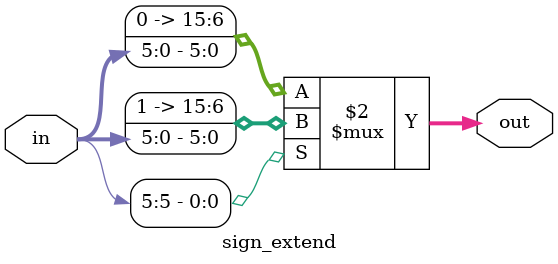
<source format=v>

module sign_extend(in, out);
  input [5:0] in;
  output [15:0] out;
  wire [9:0] sgn;
  assign out = (in[5] == 1'b0) ? {10'b0, in} : {10'b1111111111, in};
endmodule

</source>
